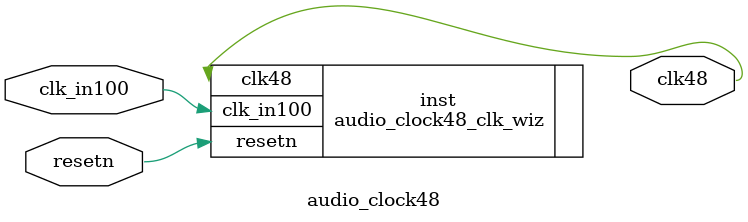
<source format=v>


`timescale 1ps/1ps

(* CORE_GENERATION_INFO = "audio_clock48,clk_wiz_v6_0_5_0_0,{component_name=audio_clock48,use_phase_alignment=true,use_min_o_jitter=false,use_max_i_jitter=false,use_dyn_phase_shift=false,use_inclk_switchover=false,use_dyn_reconfig=false,enable_axi=0,feedback_source=FDBK_AUTO,PRIMITIVE=PLL,num_out_clk=1,clkin1_period=10.000,clkin2_period=10.000,use_power_down=false,use_reset=true,use_locked=false,use_inclk_stopped=false,feedback_type=SINGLE,CLOCK_MGR_TYPE=NA,manual_override=false}" *)

module audio_clock48 
 (
  // Clock out ports
  output        clk48,
  // Status and control signals
  input         resetn,
 // Clock in ports
  input         clk_in100
 );

  audio_clock48_clk_wiz inst
  (
  // Clock out ports  
  .clk48(clk48),
  // Status and control signals               
  .resetn(resetn), 
 // Clock in ports
  .clk_in100(clk_in100)
  );

endmodule

</source>
